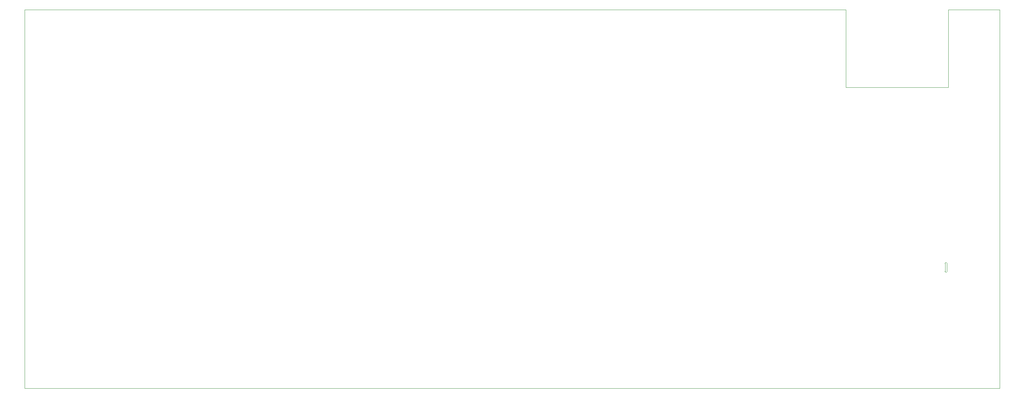
<source format=gbr>
G04 #@! TF.GenerationSoftware,KiCad,Pcbnew,(5.1.2)-2*
G04 #@! TF.CreationDate,2019-08-19T13:28:15+03:00*
G04 #@! TF.ProjectId,Main board,4d61696e-2062-46f6-9172-642e6b696361,rev?*
G04 #@! TF.SameCoordinates,Original*
G04 #@! TF.FileFunction,Profile,NP*
%FSLAX46Y46*%
G04 Gerber Fmt 4.6, Leading zero omitted, Abs format (unit mm)*
G04 Created by KiCad (PCBNEW (5.1.2)-2) date 2019-08-19 13:28:15*
%MOMM*%
%LPD*%
G04 APERTURE LIST*
%ADD10C,0.050000*%
%ADD11C,0.100000*%
G04 APERTURE END LIST*
D10*
X31750000Y-122500000D02*
X31750000Y-30000000D01*
X269500000Y-122500000D02*
X31750000Y-122500000D01*
X269500000Y-30000000D02*
X269500000Y-122500000D01*
X257000000Y-30000000D02*
X269500000Y-30000000D01*
X257000000Y-49000000D02*
X257000000Y-30000000D01*
X232000000Y-49000000D02*
X257000000Y-49000000D01*
X232000000Y-30000000D02*
X232000000Y-49000000D01*
X31750000Y-30000000D02*
X232000000Y-30000000D01*
D11*
X256200000Y-92000000D02*
G75*
G02X256450000Y-91750000I250000J0D01*
G01*
X256200000Y-93900000D02*
X256200000Y-92000000D01*
X256450000Y-94150000D02*
G75*
G02X256200000Y-93900000I0J250000D01*
G01*
X256700000Y-93900000D02*
G75*
G02X256450000Y-94150000I-250000J0D01*
G01*
X256700000Y-92000000D02*
X256700000Y-93900000D01*
X256450000Y-91750000D02*
G75*
G02X256700000Y-92000000I0J-250000D01*
G01*
M02*

</source>
